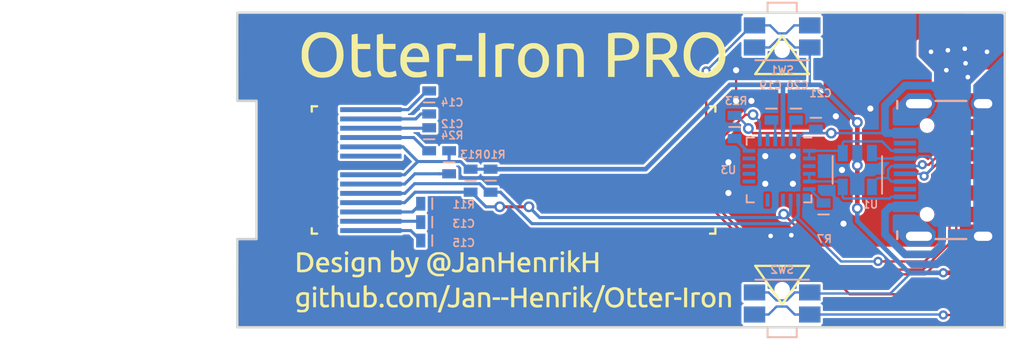
<source format=kicad_pcb>
(kicad_pcb (version 20171130) (host pcbnew 5.1.4+dfsg1-1)
  (layers (0 F.Cu mixed) (31 B.Cu mixed) (34 B.Paste user) (35 F.Paste user) (36 B.SilkS user) (37 F.SilkS user) (38 B.Mask user) (39 F.Mask user) (44 Edge.Cuts user))
  (net 0 "")
  (net 1 GND)
  (net 2 VBUS)
  (net 3 +3V3)
  (net 4 "Net-(C12-Pad2)")
  (net 5 "Net-(C12-Pad1)")
  (net 6 "Net-(C13-Pad1)")
  (net 7 "Net-(C14-Pad2)")
  (net 8 "Net-(C14-Pad1)")
  (net 9 "Net-(C15-Pad1)")
  (net 10 "Net-(C19-Pad2)")
  (net 11 "Net-(C20-Pad1)")
  (net 12 CC2)
  (net 13 "Net-(J1-PadA8)")
  (net 14 USB_P)
  (net 15 USB_N)
  (net 16 CC1)
  (net 17 "Net-(J1-PadB8)")
  (net 18 "Net-(J2-Pad6)")
  (net 19 "Net-(J2-Pad9)")
  (net 20 OLED_SCL)
  (net 21 OLED_SDA)
  (net 22 "Net-(J2-Pad12)")
  (net 23 INT_N)
  (net 24 "Net-(R7-Pad2)")
  (net 25 "Net-(R23-Pad1)")
  (net 26 "Net-(U3-Pad20)")
  (net 27 "Net-(U3-Pad17)")
  (net 28 "Net-(U3-Pad16)")
  (net 29 "Net-(U3-Pad15)")
  (net 30 "Net-(U3-Pad14)")
  (net 31 "Net-(U3-Pad11)")
  (net 32 "Net-(U3-Pad9)")
  (net 33 "Net-(U3-Pad3)")
  (net 34 SW1)
  (net 35 SW2)
  (net 36 "Net-(J13-Pad1)")
  (net 37 "Net-(J14-Pad1)")
  (net 38 "Net-(J15-Pad1)")
  (net 39 "Net-(J16-Pad1)")
  (module otter:design_by_@janhenrikh_otter_iron (layer F.Cu) (at 68 117.25)
    (fp_text reference G*** hide)
    (fp_text value LOGO hide)
  )
  (module otter:Otter-iron (layer F.Cu) (at 68 102.5)
    (fp_text reference G*** hide)
    (fp_text value LOGO hide)
  )
  (module otter:pad_1.5_3 (layer F.Cu) (at 51.55 116.95 90)
    (fp_text reference J16 hide)
    (fp_text value Conn_01x01)
    (pad 1 smd rect (at 0 0 90) (size 1.5 3) (layers F.Cu F.Paste F.Mask) (net 39 "Net-(J16-Pad1)"))
  )
  (module otter:pad_1.5_3 (layer F.Cu) (at 51.55 118.95 90)
    (fp_text reference J15 hide)
    (fp_text value Conn_01x01)
    (pad 1 smd rect (at 0 0 90) (size 1.5 3) (layers F.Cu F.Paste F.Mask) (net 38 "Net-(J15-Pad1)"))
  )
  (module otter:pad_1.5_3 (layer F.Cu) (at 51.55 103.05 90)
    (fp_text reference J14 hide)
    (fp_text value Conn_01x01)
    (pad 1 smd rect (at 0 0 90) (size 1.5 3) (layers F.Cu F.Paste F.Mask) (net 37 "Net-(J14-Pad1)"))
  )
  (module otter:pad_1.5_3 (layer F.Cu) (at 51.55 101.05 90)
    (fp_text reference J13 hide)
    (fp_text value Conn_01x01)
    (pad 1 smd rect (at 0 0 90) (size 1.5 3) (layers F.Cu F.Paste F.Mask) (net 36 "Net-(J13-Pad1)"))
  )
  (module otter:pad_1.5_3 (layer F.Cu) (at 98.5 102.7 90)
    (fp_text reference J12 hide)
    (fp_text value Conn_01x01)
    (pad 1 smd rect (at 0 0 90) (size 1.5 3) (layers F.Cu F.Paste F.Mask) (net 2 VBUS))
  )
  (module otter:pad_1.5_3 (layer F.Cu) (at 98.5 100.8 90)
    (fp_text reference J11 hide)
    (fp_text value Conn_01x01)
    (pad 1 smd rect (at 0 0 90) (size 1.5 3) (layers F.Cu F.Paste F.Mask) (net 1 GND))
  )
  (module otter:pad_1_2 (layer F.Cu) (at 98.5 116.7 90)
    (fp_text reference J10 hide)
    (fp_text value Conn_01x01)
    (pad 1 smd rect (at 0 0 90) (size 1 3) (layers F.Cu F.Paste F.Mask) (net 3 +3V3))
  )
  (module otter:pad_1_2 (layer F.Cu) (at 98.5 112.9 90)
    (fp_text reference J9 hide)
    (fp_text value Conn_01x01)
    (pad 1 smd rect (at 0 0 90) (size 1 3) (layers F.Cu F.Paste F.Mask) (net 23 INT_N))
  )
  (module otter:pad_1_2 (layer F.Cu) (at 98.5 111.5 90)
    (fp_text reference J8 hide)
    (fp_text value Conn_01x01)
    (pad 1 smd rect (at 0 0 90) (size 1 3) (layers F.Cu F.Paste F.Mask) (net 21 OLED_SDA))
  )
  (module otter:pad_1_2 (layer F.Cu) (at 98.5 110.1 90)
    (fp_text reference J7 hide)
    (fp_text value Conn_01x01)
    (pad 1 smd rect (at 0 0 90) (size 1 3) (layers F.Cu F.Paste F.Mask) (net 20 OLED_SCL))
  )
  (module otter:pad_0.75_3 (layer F.Cu) (at 98.5 108.15 90)
    (fp_text reference J6 hide)
    (fp_text value Conn_01x01)
    (pad 1 smd rect (at 0 0 90) (size 0.75 3) (layers F.Cu F.Paste F.Mask) (net 15 USB_N))
  )
  (module otter:pad_0.75_3 (layer F.Cu) (at 98.5 107.05 90)
    (fp_text reference J5 hide)
    (fp_text value Conn_01x01)
    (pad 1 smd rect (at 0 0 90) (size 0.75 3) (layers F.Cu F.Paste F.Mask) (net 14 USB_P))
  )
  (module otter:pad_1_2 (layer F.Cu) (at 98.5 119.5 90)
    (fp_text reference J4 hide)
    (fp_text value Conn_01x01)
    (pad 1 smd rect (at 0 0 90) (size 1 3) (layers F.Cu F.Paste F.Mask) (net 35 SW2))
  )
  (module otter:pad_1_2 (layer F.Cu) (at 98.5 118.1 90)
    (fp_text reference J3 hide)
    (fp_text value Conn_01x01)
    (pad 1 smd rect (at 0 0 90) (size 1 3) (layers F.Cu F.Paste F.Mask) (net 34 SW1))
  )
  (module otter:R_0603 (layer B.Cu) (at 66.5 110.7 90)
    (fp_text reference R10 (at 1.7 0.25 180) (layer B.SilkS) (effects (font (size 0.5 0.5) (thickness 0.1)) (justify mirror)))
    (fp_text value 2k37 hide)
    (pad 2 smd rect (at 0.75 0 90) (size 0.6 0.9) (layers B.Cu B.Paste B.Mask) (net 3 +3V3))
    (pad 1 smd rect (at -0.75 0 90) (size 0.6 0.9) (layers B.Cu B.Paste B.Mask) (net 20 OLED_SCL))
  )
  (module otter:0.69OLED (layer B.Cu) (at 58.7 110.009223 270)
    (fp_text reference J2 hide)
    (fp_text value OLED_64x32)
    (pad 1 smd rect (at -3.94 0 270) (size 0.32 4) (layers B.Cu B.Paste B.Mask) (net 7 "Net-(C14-Pad2)"))
    (pad 2 smd rect (at -3.333847 0 270) (size 0.32 4) (layers B.Cu B.Paste B.Mask) (net 8 "Net-(C14-Pad1)"))
    (pad 3 smd rect (at -2.727694 0 270) (size 0.32 4) (layers B.Cu B.Paste B.Mask) (net 5 "Net-(C12-Pad1)"))
    (pad 4 smd rect (at -2.121541 0 270) (size 0.32 4) (layers B.Cu B.Paste B.Mask) (net 4 "Net-(C12-Pad2)"))
    (pad 5 smd rect (at -1.515388 0 270) (size 0.32 4) (layers B.Cu B.Paste B.Mask) (net 3 +3V3))
    (pad 6 smd rect (at -0.909235 0 270) (size 0.32 4) (layers B.Cu B.Paste B.Mask) (net 18 "Net-(J2-Pad6)"))
    (pad 7 smd rect (at -0.303082 0 270) (size 0.32 4) (layers B.Cu B.Paste B.Mask) (net 1 GND))
    (pad 8 smd rect (at 0.303071 0 270) (size 0.32 4) (layers B.Cu B.Paste B.Mask) (net 3 +3V3))
    (pad 9 smd rect (at 0.909224 0 270) (size 0.32 4) (layers B.Cu B.Paste B.Mask) (net 19 "Net-(J2-Pad9)"))
    (pad 10 smd rect (at 1.515377 0 270) (size 0.32 4) (layers B.Cu B.Paste B.Mask) (net 20 OLED_SCL))
    (pad 11 smd rect (at 2.12153 0 270) (size 0.32 4) (layers B.Cu B.Paste B.Mask) (net 21 OLED_SDA))
    (pad 12 smd rect (at 2.727683 0 270) (size 0.32 4) (layers B.Cu B.Paste B.Mask) (net 22 "Net-(J2-Pad12)"))
    (pad 13 smd rect (at 3.333836 0 270) (size 0.32 4) (layers B.Cu B.Paste B.Mask) (net 6 "Net-(C13-Pad1)"))
    (pad 14 smd rect (at 3.94 0 270) (size 0.32 4) (layers B.Cu B.Paste B.Mask) (net 9 "Net-(C15-Pad1)"))
  )
  (module otter:R_0603 (layer B.Cu) (at 63.8 109.5 90)
    (fp_text reference R24 (at 1.75 0.2 180) (layer B.SilkS) (effects (font (size 0.5 0.5) (thickness 0.1)) (justify mirror)))
    (fp_text value 2k37 hide)
    (pad 2 smd rect (at 0.75 0 90) (size 0.6 0.9) (layers B.Cu B.Paste B.Mask) (net 3 +3V3))
    (pad 1 smd rect (at -0.75 0 90) (size 0.6 0.9) (layers B.Cu B.Paste B.Mask) (net 19 "Net-(J2-Pad9)"))
  )
  (module otter:R_0603 (layer B.Cu) (at 82.4 107.2 90)
    (fp_text reference R23 (at 1.7 0.1 180) (layer B.SilkS) (effects (font (size 0.5 0.5) (thickness 0.1)) (justify mirror)))
    (fp_text value 2k37 hide)
    (pad 2 smd rect (at 0.75 0 90) (size 0.6 0.9) (layers B.Cu B.Paste B.Mask) (net 2 VBUS))
    (pad 1 smd rect (at -0.75 0 90) (size 0.6 0.9) (layers B.Cu B.Paste B.Mask) (net 25 "Net-(R23-Pad1)"))
  )
  (module otter:R_0603 (layer B.Cu) (at 65.2 110.7 90)
    (fp_text reference R13 (at 1.7 0.05 180) (layer B.SilkS) (effects (font (size 0.5 0.5) (thickness 0.1)) (justify mirror)))
    (fp_text value 2k37 hide)
    (pad 2 smd rect (at 0.75 0 90) (size 0.6 0.9) (layers B.Cu B.Paste B.Mask) (net 3 +3V3))
    (pad 1 smd rect (at -0.75 0 90) (size 0.6 0.9) (layers B.Cu B.Paste B.Mask) (net 21 OLED_SDA))
  )
  (module otter:R_0603 (layer B.Cu) (at 62.7 112.2)
    (fp_text reference R11 (at 2.05 0.05) (layer B.SilkS) (effects (font (size 0.5 0.5) (thickness 0.1)) (justify mirror)))
    (fp_text value 560k hide)
    (pad 2 smd rect (at 0.75 0) (size 0.6 0.9) (layers B.Cu B.Paste B.Mask) (net 1 GND))
    (pad 1 smd rect (at -0.75 0) (size 0.6 0.9) (layers B.Cu B.Paste B.Mask) (net 22 "Net-(J2-Pad12)"))
  )
  (module otter:R_0603 (layer B.Cu) (at 88.2 112.9 90)
    (fp_text reference R7 (at -1.6 0.05 180) (layer B.SilkS) (effects (font (size 0.5 0.5) (thickness 0.1)) (justify mirror)))
    (fp_text value 2k37 hide)
    (pad 2 smd rect (at 0.75 0 90) (size 0.6 0.9) (layers B.Cu B.Paste B.Mask) (net 24 "Net-(R7-Pad2)"))
    (pad 1 smd rect (at -0.75 0 90) (size 0.6 0.9) (layers B.Cu B.Paste B.Mask) (net 1 GND))
  )
  (module otter:C_0603 (layer B.Cu) (at 87.7 106.6 270)
    (fp_text reference C21 (at -1.6 -0.3 180) (layer B.SilkS) (effects (font (size 0.5 0.5) (thickness 0.1)) (justify mirror)))
    (fp_text value 0.1μF hide)
    (pad 2 smd rect (at 0.75 0 270) (size 0.6 0.9) (layers B.Cu B.Paste B.Mask) (net 2 VBUS))
    (pad 1 smd rect (at -0.75 0 270) (size 0.6 0.9) (layers B.Cu B.Paste B.Mask) (net 1 GND))
  )
  (module otter:C_0603 (layer B.Cu) (at 86.4 106 90)
    (fp_text reference C20 (at 1.5 0.1 180) (layer B.SilkS) (effects (font (size 0.5 0.5) (thickness 0.1)) (justify mirror)))
    (fp_text value "1μF 25V" hide)
    (pad 2 smd rect (at 0.75 0 90) (size 0.6 0.9) (layers B.Cu B.Paste B.Mask) (net 1 GND))
    (pad 1 smd rect (at -0.75 0 90) (size 0.6 0.9) (layers B.Cu B.Paste B.Mask) (net 11 "Net-(C20-Pad1)"))
  )
  (module otter:C_0603 (layer B.Cu) (at 84.8 106 270)
    (fp_text reference C19 (at -1.5 0.05 180) (layer B.SilkS) (effects (font (size 0.5 0.5) (thickness 0.1)) (justify mirror)))
    (fp_text value "1μF 25V" hide)
    (pad 2 smd rect (at 0.75 0 270) (size 0.6 0.9) (layers B.Cu B.Paste B.Mask) (net 10 "Net-(C19-Pad2)"))
    (pad 1 smd rect (at -0.75 0 270) (size 0.6 0.9) (layers B.Cu B.Paste B.Mask) (net 1 GND))
  )
  (module otter:C_0603 (layer B.Cu) (at 62.7 114.6)
    (fp_text reference C15 (at 2.05 0.15) (layer B.SilkS) (effects (font (size 0.5 0.5) (thickness 0.1)) (justify mirror)))
    (fp_text value "1μF 25V" hide)
    (pad 2 smd rect (at 0.75 0) (size 0.6 0.9) (layers B.Cu B.Paste B.Mask) (net 1 GND))
    (pad 1 smd rect (at -0.75 0) (size 0.6 0.9) (layers B.Cu B.Paste B.Mask) (net 9 "Net-(C15-Pad1)"))
  )
  (module otter:C_0603 (layer B.Cu) (at 62.5 105.6 90)
    (fp_text reference C14 (at 0 1.5 180) (layer B.SilkS) (effects (font (size 0.5 0.5) (thickness 0.1)) (justify mirror)))
    (fp_text value "1μF 25V" hide)
    (pad 2 smd rect (at 0.75 0 90) (size 0.6 0.9) (layers B.Cu B.Paste B.Mask) (net 7 "Net-(C14-Pad2)"))
    (pad 1 smd rect (at -0.75 0 90) (size 0.6 0.9) (layers B.Cu B.Paste B.Mask) (net 8 "Net-(C14-Pad1)"))
  )
  (module otter:C_0603 (layer B.Cu) (at 62.7 113.4)
    (fp_text reference C13 (at 2.05 0.1) (layer B.SilkS) (effects (font (size 0.5 0.5) (thickness 0.1)) (justify mirror)))
    (fp_text value "1μF 25V" hide)
    (pad 2 smd rect (at 0.75 0) (size 0.6 0.9) (layers B.Cu B.Paste B.Mask) (net 1 GND))
    (pad 1 smd rect (at -0.75 0) (size 0.6 0.9) (layers B.Cu B.Paste B.Mask) (net 6 "Net-(C13-Pad1)"))
  )
  (module otter:C_0603 (layer B.Cu) (at 62.5 108 270)
    (fp_text reference C12 (at -1 -1.5 180) (layer B.SilkS) (effects (font (size 0.5 0.5) (thickness 0.1)) (justify mirror)))
    (fp_text value "1μF 25V" hide)
    (pad 2 smd rect (at 0.75 0 270) (size 0.6 0.9) (layers B.Cu B.Paste B.Mask) (net 4 "Net-(C12-Pad2)"))
    (pad 1 smd rect (at -0.75 0 270) (size 0.6 0.9) (layers B.Cu B.Paste B.Mask) (net 5 "Net-(C12-Pad1)"))
  )
  (module otter:QFN-24-1EP_4x4mm_P0.5mm_EP2.7x2.7mm (layer B.Cu) (at 85.3 110 180)
    (fp_text reference U3 (at 3.3 0) (layer B.SilkS) (effects (font (size 0.5 0.5) (thickness 0.1)) (justify mirror)))
    (fp_text value STUSB4500QTR)
    (pad 24 smd rect (at -1.25 1.9625 180) (size 0.25 0.825) (layers B.Cu B.Paste B.Mask) (net 2 VBUS))
    (pad 23 smd rect (at -0.75 1.9625 180) (size 0.25 0.825) (layers B.Cu B.Paste B.Mask) (net 11 "Net-(C20-Pad1)"))
    (pad 22 smd rect (at -0.25 1.9625 180) (size 0.25 0.825) (layers B.Cu B.Paste B.Mask) (net 3 +3V3))
    (pad 21 smd rect (at 0.25 1.9625 180) (size 0.25 0.825) (layers B.Cu B.Paste B.Mask) (net 10 "Net-(C19-Pad2)"))
    (pad 20 smd rect (at 0.75 1.9625 180) (size 0.25 0.825) (layers B.Cu B.Paste B.Mask) (net 26 "Net-(U3-Pad20)"))
    (pad 19 smd rect (at 1.25 1.9625 180) (size 0.25 0.825) (layers B.Cu B.Paste B.Mask) (net 23 INT_N))
    (pad 18 smd rect (at 1.9625 1.25 180) (size 0.825 0.25) (layers B.Cu B.Paste B.Mask) (net 25 "Net-(R23-Pad1)"))
    (pad 17 smd rect (at 1.9625 0.75 180) (size 0.825 0.25) (layers B.Cu B.Paste B.Mask) (net 27 "Net-(U3-Pad17)"))
    (pad 16 smd rect (at 1.9625 0.25 180) (size 0.825 0.25) (layers B.Cu B.Paste B.Mask) (net 28 "Net-(U3-Pad16)"))
    (pad 15 smd rect (at 1.9625 -0.25 180) (size 0.825 0.25) (layers B.Cu B.Paste B.Mask) (net 29 "Net-(U3-Pad15)"))
    (pad 14 smd rect (at 1.9625 -0.75 180) (size 0.825 0.25) (layers B.Cu B.Paste B.Mask) (net 30 "Net-(U3-Pad14)"))
    (pad 13 smd rect (at 1.9625 -1.25 180) (size 0.825 0.25) (layers B.Cu B.Paste B.Mask) (net 1 GND))
    (pad 12 smd rect (at 1.25 -1.9625 180) (size 0.25 0.825) (layers B.Cu B.Paste B.Mask) (net 1 GND))
    (pad 11 smd rect (at 0.75 -1.9625 180) (size 0.25 0.825) (layers B.Cu B.Paste B.Mask) (net 31 "Net-(U3-Pad11)"))
    (pad 10 smd rect (at 0.25 -1.9625 180) (size 0.25 0.825) (layers B.Cu B.Paste B.Mask) (net 1 GND))
    (pad 9 smd rect (at -0.25 -1.9625 180) (size 0.25 0.825) (layers B.Cu B.Paste B.Mask) (net 32 "Net-(U3-Pad9)"))
    (pad 8 smd rect (at -0.75 -1.9625 180) (size 0.25 0.825) (layers B.Cu B.Paste B.Mask) (net 21 OLED_SDA))
    (pad 7 smd rect (at -1.25 -1.9625 180) (size 0.25 0.825) (layers B.Cu B.Paste B.Mask) (net 20 OLED_SCL))
    (pad 6 smd rect (at -1.9625 -1.25 180) (size 0.825 0.25) (layers B.Cu B.Paste B.Mask) (net 24 "Net-(R7-Pad2)"))
    (pad 5 smd rect (at -1.9625 -0.75 180) (size 0.825 0.25) (layers B.Cu B.Paste B.Mask) (net 12 CC2))
    (pad 4 smd rect (at -1.9625 -0.25 180) (size 0.825 0.25) (layers B.Cu B.Paste B.Mask) (net 12 CC2))
    (pad 3 smd rect (at -1.9625 0.25 180) (size 0.825 0.25) (layers B.Cu B.Paste B.Mask) (net 33 "Net-(U3-Pad3)"))
    (pad 2 smd rect (at -1.9625 0.75 180) (size 0.825 0.25) (layers B.Cu B.Paste B.Mask) (net 16 CC1))
    (pad 1 smd rect (at -1.9625 1.25 180) (size 0.825 0.25) (layers B.Cu B.Paste B.Mask) (net 16 CC1))
    (pad 25 smd rect (at 0 0 180) (size 2.65 2.65) (layers B.Cu B.Mask) (net 1 GND))
  )
  (module Package_TO_SOT_SMD:SOT-23-6 (layer B.Cu) (at 90.4 110 90)
    (fp_text reference U1 (at -2.25 0.85) (layer B.SilkS) (effects (font (size 0.5 0.5) (thickness 0.1)) (justify mirror)))
    (fp_text value USBLC6-4SC6)
    (pad 5 smd rect (at 1.1 0 90) (size 1.06 0.65) (layers B.Cu B.Paste B.Mask) (net 3 +3V3))
    (pad 6 smd rect (at 1.1 0.95 90) (size 1.06 0.65) (layers B.Cu B.Paste B.Mask) (net 15 USB_N))
    (pad 4 smd rect (at 1.1 -0.95 90) (size 1.06 0.65) (layers B.Cu B.Paste B.Mask) (net 16 CC1))
    (pad 3 smd rect (at -1.1 -0.95 90) (size 1.06 0.65) (layers B.Cu B.Paste B.Mask) (net 12 CC2))
    (pad 2 smd rect (at -1.1 0 90) (size 1.06 0.65) (layers B.Cu B.Paste B.Mask) (net 1 GND))
    (pad 1 smd rect (at -1.1 0.95 90) (size 1.06 0.65) (layers B.Cu B.Paste B.Mask) (net 14 USB_P))
  )
  (module Button_Switch_SMD:SW_SPST_EVQP7C (layer B.Cu) (at 85.5 118.7 180)
    (fp_text reference SW2 (at 0 2.2) (layer B.SilkS) (effects (font (size 0.5 0.5) (thickness 0.1)) (justify mirror)))
    (fp_text value key2)
    (pad "" np_thru_hole circle (at 0 -0.9 180) (size 0.7 0.7) (drill 0.7) (layers *.Cu *.Mask))
    (pad "" np_thru_hole circle (at 0 0.9 180) (size 0.7 0.7) (drill 0.7) (layers *.Cu *.Mask))
    (pad 2 smd rect (at -1.8 -0.72 180) (size 1.4 1.05) (layers B.Cu B.Paste B.Mask) (net 35 SW2))
    (pad 2 smd rect (at 1.8 -0.72 180) (size 1.4 1.05) (layers B.Cu B.Paste B.Mask) (net 35 SW2))
    (pad 1 smd rect (at -1.8 0.72 180) (size 1.4 1.05) (layers B.Cu B.Paste B.Mask) (net 3 +3V3))
    (pad 1 smd rect (at 1.8 0.72 180) (size 1.4 1.05) (layers B.Cu B.Paste B.Mask) (net 3 +3V3))
  )
  (module Button_Switch_SMD:SW_SPST_EVQP7C (layer B.Cu) (at 85.5 101.3)
    (fp_text reference SW1 (at 0 2.2) (layer B.SilkS) (effects (font (size 0.5 0.5) (thickness 0.1)) (justify mirror)))
    (fp_text value key1)
    (pad "" np_thru_hole circle (at 0 -0.9) (size 0.7 0.7) (drill 0.7) (layers *.Cu *.Mask))
    (pad "" np_thru_hole circle (at 0 0.9) (size 0.7 0.7) (drill 0.7) (layers *.Cu *.Mask))
    (pad 2 smd rect (at -1.8 -0.72) (size 1.4 1.05) (layers B.Cu B.Paste B.Mask) (net 34 SW1))
    (pad 2 smd rect (at 1.8 -0.72) (size 1.4 1.05) (layers B.Cu B.Paste B.Mask) (net 34 SW1))
    (pad 1 smd rect (at -1.8 0.72) (size 1.4 1.05) (layers B.Cu B.Paste B.Mask) (net 3 +3V3))
    (pad 1 smd rect (at 1.8 0.72) (size 1.4 1.05) (layers B.Cu B.Paste B.Mask) (net 3 +3V3))
  )
  (module "otter:USB-C 16Pin" (layer B.Cu) (at 93.5 110 270)
    (fp_text reference J1 hide)
    (fp_text value USB_C_Receptacle_USB2.0)
    (pad A9 smd rect (at -2.4 0 270) (size 0.6 1.45) (layers B.Cu B.Paste B.Mask) (net 2 VBUS))
    (pad B9 smd rect (at 2.4 0 270) (size 0.6 1.45) (layers B.Cu B.Paste B.Mask) (net 2 VBUS))
    (pad B12 smd rect (at 3.2 0 270) (size 0.6 1.45) (layers B.Cu B.Paste B.Mask) (net 1 GND))
    (pad A12 smd rect (at -3.2 0 270) (size 0.6 1.45) (layers B.Cu B.Paste B.Mask) (net 1 GND))
    (pad S1 thru_hole oval (at -4.32 -0.915 270) (size 1 2.1) (drill oval 0.6 1.7) (layers *.Cu *.Mask) (net 1 GND))
    (pad S1 thru_hole oval (at 4.32 -0.915 270) (size 1 2.1) (drill oval 0.6 1.7) (layers *.Cu *.Mask) (net 1 GND))
    (pad S1 thru_hole oval (at -4.32 -5.095 270) (size 1 1.6) (drill oval 0.6 1.2) (layers *.Cu *.Mask) (net 1 GND))
    (pad S1 thru_hole oval (at 4.32 -5.095 270) (size 1 1.6) (drill oval 0.6 1.2) (layers *.Cu *.Mask) (net 1 GND))
    (pad "" np_thru_hole circle (at 2.89 -1.445 270) (size 0.65 0.65) (drill 0.65) (layers *.Cu *.Mask))
    (pad "" np_thru_hole circle (at -2.89 -1.445 270) (size 0.65 0.65) (drill 0.65) (layers *.Cu *.Mask))
    (pad B1 smd rect (at 3.2 0 270) (size 0.6 1.45) (layers B.Cu B.Paste B.Mask) (net 1 GND))
    (pad B4 smd rect (at 2.4 0 270) (size 0.6 1.45) (layers B.Cu B.Paste B.Mask) (net 2 VBUS))
    (pad B5 smd rect (at 1.75 0 270) (size 0.3 1.45) (layers B.Cu B.Paste B.Mask) (net 12 CC2))
    (pad A8 smd rect (at 1.25 0 270) (size 0.3 1.45) (layers B.Cu B.Paste B.Mask) (net 13 "Net-(J1-PadA8)"))
    (pad B6 smd rect (at 0.75 0 270) (size 0.3 1.45) (layers B.Cu B.Paste B.Mask) (net 14 USB_P))
    (pad A7 smd rect (at 0.25 0 270) (size 0.3 1.45) (layers B.Cu B.Paste B.Mask) (net 15 USB_N))
    (pad A6 smd rect (at -0.25 0 270) (size 0.3 1.45) (layers B.Cu B.Paste B.Mask) (net 14 USB_P))
    (pad B7 smd rect (at -0.75 0 270) (size 0.3 1.45) (layers B.Cu B.Paste B.Mask) (net 15 USB_N))
    (pad A5 smd rect (at -1.25 0 270) (size 0.3 1.45) (layers B.Cu B.Paste B.Mask) (net 16 CC1))
    (pad B8 smd rect (at -1.75 0 270) (size 0.3 1.45) (layers B.Cu B.Paste B.Mask) (net 17 "Net-(J1-PadB8)"))
    (pad A4 smd rect (at -2.4 0 270) (size 0.6 1.45) (layers B.Cu B.Paste B.Mask) (net 2 VBUS))
    (pad A1 smd rect (at -3.2 0 270) (size 0.6 1.45) (layers B.Cu B.Paste B.Mask) (net 1 GND))
  )
  (gr_line (start 85.5 101.25) (end 87.25 103.75) (layer F.SilkS) (width 0.15))
  (gr_line (start 87.25 103.75) (end 83.75 103.75) (layer F.SilkS) (width 0.15))
  (gr_line (start 85.5 101.25) (end 83.75 103.75) (layer F.SilkS) (width 0.15))
  (gr_line (start 85.5 118.75) (end 87.25 116.25) (layer F.SilkS) (width 0.15))
  (gr_line (start 85.5 118.75) (end 83.75 116.25) (layer F.SilkS) (width 0.15))
  (gr_line (start 83.75 116.25) (end 87.25 116.25) (layer F.SilkS) (width 0.15))
  (gr_line (start 81.15 113.800001) (end 81.15 114.15) (layer F.SilkS) (width 0.15))
  (gr_line (start 81.15 114.15) (end 80.800001 114.15) (layer F.SilkS) (width 0.15))
  (gr_line (start 80.800001 105.85) (end 81.15 105.85) (layer F.SilkS) (width 0.15))
  (gr_line (start 81.15 105.85) (end 81.15 106.199999) (layer F.SilkS) (width 0.15))
  (gr_line (start 55.199999 114.15) (end 54.85 114.15) (layer F.SilkS) (width 0.15))
  (gr_line (start 54.85 114.15) (end 54.85 113.800001) (layer F.SilkS) (width 0.15))
  (gr_line (start 54.85 105.85) (end 55.2 105.85) (layer F.SilkS) (width 0.15))
  (gr_line (start 54.85 105.9) (end 54.85 105.85) (layer F.SilkS) (width 0.15))
  (gr_line (start 54.85 106.2) (end 54.85 105.85) (layer F.SilkS) (width 0.15))
  (gr_line (start 50 105.5) (end 50 99.75) (layer Edge.Cuts) (width 0.15))
  (gr_line (start 51.25 105.5) (end 50 105.5) (layer Edge.Cuts) (width 0.15))
  (gr_line (start 51.25 114.5) (end 51.25 105.5) (layer Edge.Cuts) (width 0.15))
  (gr_line (start 50 114.5) (end 51.25 114.5) (layer Edge.Cuts) (width 0.15))
  (gr_line (start 50 99.75) (end 100 99.75) (layer Edge.Cuts) (width 0.15))
  (gr_line (start 100 120.25) (end 100 99.75) (layer Edge.Cuts) (width 0.15))
  (gr_line (start 50 120.25) (end 100 120.25) (layer Edge.Cuts) (width 0.15))
  (gr_line (start 50 114.5) (end 50 120.25) (layer Edge.Cuts) (width 0.15))
  (via (at 84.4 110.9) (size 0.7) (drill 0.4) (layers F.Cu B.Cu) (net 1))
  (via (at 86.2 110.9) (size 0.7) (drill 0.4) (layers F.Cu B.Cu) (net 1))
  (via (at 86.2 109.1) (size 0.7) (drill 0.4) (layers F.Cu B.Cu) (net 1))
  (via (at 84.4 109.1) (size 0.7) (drill 0.4) (layers F.Cu B.Cu) (net 1))
  (segment (start 85.05 110.25) (end 85.3 110) (width 0.154) (layer B.Cu) (net 1))
  (segment (start 85.05 111.9625) (end 85.05 110.25) (width 0.154) (layer B.Cu) (net 1))
  (segment (start 84.05 111.9625) (end 84.05 111.25) (width 0.154) (layer B.Cu) (net 1))
  (segment (start 83.3375 111.25) (end 84.05 111.25) (width 0.154) (layer B.Cu) (net 1))
  (via (at 89.4 110) (size 0.7) (drill 0.4) (layers F.Cu B.Cu) (net 1))
  (segment (start 89.620802 110) (end 89.4 110) (width 0.154) (layer B.Cu) (net 1))
  (segment (start 90.4 111.1) (end 90.4 110.779198) (width 0.154) (layer B.Cu) (net 1))
  (segment (start 90.4 110.779198) (end 89.620802 110) (width 0.154) (layer B.Cu) (net 1))
  (segment (start 94.415 105.68) (end 98.595 105.68) (width 0.8) (layer F.Cu) (net 1))
  (segment (start 98.595 105.68) (end 98.595 114.32) (width 0.8) (layer B.Cu) (net 1))
  (via (at 89.5 113.5) (size 0.7) (drill 0.4) (layers F.Cu B.Cu) (net 1))
  (via (at 89 106.5) (size 0.7) (drill 0.4) (layers F.Cu B.Cu) (net 1))
  (via (at 83.5 105.5) (size 0.7) (drill 0.4) (layers F.Cu B.Cu) (net 1))
  (via (at 82.5 105.5) (size 0.7) (drill 0.4) (layers F.Cu B.Cu) (net 1))
  (via (at 91.25 106) (size 0.7) (drill 0.4) (layers F.Cu B.Cu) (net 1))
  (via (at 82 111.5) (size 0.7) (drill 0.4) (layers F.Cu B.Cu) (net 1))
  (via (at 82 109.5) (size 0.7) (drill 0.4) (layers F.Cu B.Cu) (net 1))
  (via (at 82.5 103.5) (size 0.7) (drill 0.4) (layers F.Cu B.Cu) (net 1))
  (segment (start 82.5 105.5) (end 82.5 103.5) (width 0.154) (layer F.Cu) (net 1))
  (segment (start 98.5 100.8) (end 95.25 100.8) (width 0.154) (layer F.Cu) (net 1))
  (via (at 86.1 114.25) (size 0.6) (drill 0.3) (layers F.Cu B.Cu) (net 1))
  (via (at 84.75 114.3) (size 0.6) (drill 0.3) (layers F.Cu B.Cu) (net 1))
  (via (at 97.4 102.1) (size 0.6) (drill 0.3) (layers F.Cu B.Cu) (net 2))
  (via (at 97.45 103.05) (size 0.6) (drill 0.3) (layers F.Cu B.Cu) (net 2))
  (via (at 98.85 102.3) (size 0.6) (drill 0.3) (layers F.Cu B.Cu) (net 2))
  (segment (start 86.55 107.95) (end 86.55 108.0375) (width 0.154) (layer B.Cu) (net 2))
  (segment (start 86.9 107.6) (end 86.55 107.95) (width 0.154) (layer B.Cu) (net 2))
  (segment (start 87.7 107.6) (end 86.9 107.6) (width 0.154) (layer B.Cu) (net 2))
  (via (at 88.7 107.6) (size 0.7) (drill 0.4) (layers F.Cu B.Cu) (net 2))
  (segment (start 93.5 107.6) (end 88.7 107.6) (width 0.154) (layer B.Cu) (net 2))
  (segment (start 88.7 107.6) (end 87.7 107.6) (width 0.154) (layer B.Cu) (net 2))
  (segment (start 82.55 106.45) (end 83.3 107.2) (width 0.154) (layer B.Cu) (net 2))
  (segment (start 83.6 107.6) (end 83.3 107.3) (width 0.154) (layer F.Cu) (net 2))
  (via (at 83.3 107.3) (size 0.7) (drill 0.4) (layers F.Cu B.Cu) (net 2))
  (segment (start 82.4 106.45) (end 82.55 106.45) (width 0.154) (layer B.Cu) (net 2))
  (segment (start 88.7 107.6) (end 83.6 107.6) (width 0.154) (layer F.Cu) (net 2))
  (segment (start 83.3 107.2) (end 83.3 107.3) (width 0.154) (layer B.Cu) (net 2))
  (segment (start 92.275 107.6) (end 92.2 107.525) (width 0.5) (layer B.Cu) (net 2))
  (segment (start 93.5 107.6) (end 92.275 107.6) (width 0.5) (layer B.Cu) (net 2))
  (segment (start 92.2 107.525) (end 92.2 105.8) (width 0.5) (layer B.Cu) (net 2))
  (segment (start 92.2 105.8) (end 93.5 104.5) (width 0.5) (layer B.Cu) (net 2))
  (segment (start 93.5 104.5) (end 95.3 104.5) (width 0.5) (layer B.Cu) (net 2))
  (segment (start 95.3 104.5) (end 96 105.2) (width 0.5) (layer B.Cu) (net 2))
  (segment (start 96 105.2) (end 96 106.7) (width 0.5) (layer B.Cu) (net 2))
  (segment (start 92.547798 112.4) (end 92.2 112.747798) (width 0.5) (layer B.Cu) (net 2))
  (segment (start 93.5 112.4) (end 92.547798 112.4) (width 0.5) (layer B.Cu) (net 2))
  (segment (start 92.2 112.747798) (end 92.2 114.2) (width 0.5) (layer B.Cu) (net 2))
  (segment (start 92.2 114.2) (end 93.5 115.5) (width 0.5) (layer B.Cu) (net 2))
  (segment (start 93.5 115.5) (end 95.3 115.5) (width 0.5) (layer B.Cu) (net 2))
  (segment (start 95.3 115.5) (end 95.9 114.9) (width 0.5) (layer B.Cu) (net 2))
  (segment (start 95.9 114.9) (end 95.9 113.4) (width 0.5) (layer B.Cu) (net 2))
  (via (at 96.3 102.2) (size 0.6) (drill 0.3) (layers F.Cu B.Cu) (net 2))
  (via (at 95.2 102.3) (size 0.6) (drill 0.3) (layers F.Cu B.Cu) (net 2))
  (via (at 96.2 103.5) (size 0.6) (drill 0.3) (layers F.Cu B.Cu) (net 2))
  (via (at 97.6 103.95) (size 0.6) (drill 0.3) (layers F.Cu B.Cu) (net 2))
  (segment (start 85.8 118.5) (end 86.32 117.98) (width 0.154) (layer B.Cu) (net 3))
  (segment (start 86.32 117.98) (end 87.3 117.98) (width 0.154) (layer B.Cu) (net 3))
  (segment (start 85.137 118.5) (end 85.8 118.5) (width 0.154) (layer B.Cu) (net 3))
  (segment (start 83.7 117.98) (end 84.617 117.98) (width 0.154) (layer B.Cu) (net 3))
  (segment (start 84.617 117.98) (end 85.137 118.5) (width 0.154) (layer B.Cu) (net 3))
  (segment (start 86.32 102.02) (end 87.3 102.02) (width 0.154) (layer B.Cu) (net 3))
  (segment (start 85.8 101.5) (end 86.32 102.02) (width 0.154) (layer B.Cu) (net 3))
  (segment (start 83.7 102.02) (end 84.68 102.02) (width 0.154) (layer B.Cu) (net 3))
  (segment (start 85.2 101.5) (end 85.8 101.5) (width 0.154) (layer B.Cu) (net 3))
  (segment (start 84.68 102.02) (end 85.2 101.5) (width 0.154) (layer B.Cu) (net 3))
  (segment (start 64.55 109.45) (end 65.05 109.95) (width 0.2) (layer B.Cu) (net 3))
  (segment (start 65.05 109.95) (end 65.2 109.95) (width 0.2) (layer B.Cu) (net 3))
  (segment (start 60.9 110.312294) (end 61.762294 109.45) (width 0.2) (layer B.Cu) (net 3))
  (segment (start 58.7 110.312294) (end 60.9 110.312294) (width 0.2) (layer B.Cu) (net 3))
  (segment (start 63.8 109.4) (end 63.75 109.45) (width 0.2) (layer B.Cu) (net 3))
  (segment (start 63.8 108.75) (end 63.8 109.4) (width 0.2) (layer B.Cu) (net 3))
  (segment (start 61.762294 109.45) (end 63.75 109.45) (width 0.2) (layer B.Cu) (net 3))
  (segment (start 63.75 109.45) (end 64.55 109.45) (width 0.2) (layer B.Cu) (net 3))
  (segment (start 65.2 109.95) (end 66.5 109.95) (width 0.2) (layer B.Cu) (net 3))
  (segment (start 61.753082 109.45) (end 61.762294 109.45) (width 0.2) (layer B.Cu) (net 3))
  (segment (start 58.7 108.493835) (end 60.796917 108.493835) (width 0.2) (layer B.Cu) (net 3))
  (segment (start 60.796917 108.493835) (end 61.753082 109.45) (width 0.2) (layer B.Cu) (net 3))
  (segment (start 83.55 102.17) (end 83.7 102.02) (width 0.2) (layer B.Cu) (net 3))
  (via (at 90.4 109.7) (size 0.7) (drill 0.4) (layers F.Cu B.Cu) (net 3))
  (segment (start 90.4 108.9) (end 90.4 109.7) (width 0.2) (layer B.Cu) (net 3))
  (via (at 90.4 106.9) (size 0.7) (drill 0.4) (layers F.Cu B.Cu) (net 3))
  (segment (start 90.4 109.7) (end 90.4 106.9) (width 0.3) (layer F.Cu) (net 3))
  (via (at 90.4 112.5) (size 0.7) (drill 0.4) (layers F.Cu B.Cu) (net 3))
  (segment (start 90.4 112.5) (end 90.4 109.7) (width 0.3) (layer F.Cu) (net 3))
  (segment (start 85.55 104.45) (end 85.554001 104.454001) (width 0.3) (layer B.Cu) (net 3))
  (segment (start 85.554001 104.454001) (end 85.554001 107.395999) (width 0.3) (layer B.Cu) (net 3))
  (segment (start 85.55 107.4) (end 85.55 108.0375) (width 0.2) (layer B.Cu) (net 3))
  (segment (start 85.554001 107.395999) (end 85.55 107.4) (width 0.2) (layer B.Cu) (net 3))
  (segment (start 90.4 106.9) (end 87.95 104.45) (width 0.3) (layer B.Cu) (net 3))
  (segment (start 87.3 104.4) (end 87.35 104.45) (width 0.154) (layer B.Cu) (net 3))
  (segment (start 87.3 102.02) (end 87.3 104.4) (width 0.154) (layer B.Cu) (net 3))
  (segment (start 87.95 104.45) (end 87.35 104.45) (width 0.3) (layer B.Cu) (net 3))
  (segment (start 87.35 104.45) (end 85.55 104.45) (width 0.3) (layer B.Cu) (net 3))
  (via (at 96.000002 116.7) (size 0.6) (drill 0.3) (layers F.Cu B.Cu) (net 3))
  (segment (start 90.4 112.5) (end 90.4 113.324264) (width 0.3) (layer B.Cu) (net 3))
  (segment (start 93.775736 116.7) (end 95.575738 116.7) (width 0.3) (layer B.Cu) (net 3))
  (segment (start 95.575738 116.7) (end 96.000002 116.7) (width 0.3) (layer B.Cu) (net 3))
  (segment (start 90.4 113.324264) (end 93.775736 116.7) (width 0.3) (layer B.Cu) (net 3))
  (segment (start 98.5 116.7) (end 96.000002 116.7) (width 0.3) (layer F.Cu) (net 3))
  (segment (start 87.475 117.98) (end 87.3 117.98) (width 0.154) (layer B.Cu) (net 3))
  (segment (start 87.545 118.05) (end 87.475 117.98) (width 0.154) (layer B.Cu) (net 3))
  (segment (start 92.55 118.05) (end 87.545 118.05) (width 0.154) (layer B.Cu) (net 3))
  (segment (start 96.000002 116.7) (end 93.9 116.7) (width 0.154) (layer B.Cu) (net 3))
  (segment (start 93.9 116.7) (end 92.55 118.05) (width 0.154) (layer B.Cu) (net 3))
  (segment (start 82.1 104.45) (end 85.55 104.45) (width 0.3) (layer B.Cu) (net 3))
  (segment (start 66.5 109.95) (end 76.6 109.95) (width 0.3) (layer B.Cu) (net 3))
  (segment (start 76.6 109.95) (end 82.1 104.45) (width 0.3) (layer B.Cu) (net 3))
  (segment (start 58.7 107.887682) (end 61.487682 107.887682) (width 0.2) (layer B.Cu) (net 4))
  (segment (start 62.35 108.75) (end 62.5 108.75) (width 0.2) (layer B.Cu) (net 4))
  (segment (start 61.487682 107.887682) (end 62.35 108.75) (width 0.2) (layer B.Cu) (net 4))
  (segment (start 62.468471 107.281529) (end 62.5 107.25) (width 0.2) (layer B.Cu) (net 5))
  (segment (start 58.7 107.281529) (end 62.468471 107.281529) (width 0.2) (layer B.Cu) (net 5))
  (segment (start 61.893059 113.343059) (end 61.95 113.4) (width 0.2) (layer B.Cu) (net 6))
  (segment (start 58.7 113.343059) (end 61.893059 113.343059) (width 0.2) (layer B.Cu) (net 6))
  (segment (start 62.35 104.85) (end 62.5 104.85) (width 0.2) (layer B.Cu) (net 7))
  (segment (start 58.7 106.069223) (end 61.130777 106.069223) (width 0.2) (layer B.Cu) (net 7))
  (segment (start 61.130777 106.069223) (end 62.35 104.85) (width 0.2) (layer B.Cu) (net 7))
  (segment (start 61.95 106.35) (end 62.5 106.35) (width 0.2) (layer B.Cu) (net 8))
  (segment (start 58.7 106.675376) (end 61.624624 106.675376) (width 0.2) (layer B.Cu) (net 8))
  (segment (start 61.624624 106.675376) (end 61.95 106.35) (width 0.2) (layer B.Cu) (net 8))
  (segment (start 61.299223 113.949223) (end 61.95 114.6) (width 0.2) (layer B.Cu) (net 9))
  (segment (start 58.7 113.949223) (end 61.299223 113.949223) (width 0.2) (layer B.Cu) (net 9))
  (segment (start 85.05 107) (end 84.8 106.75) (width 0.154) (layer B.Cu) (net 10))
  (segment (start 85.05 108.0375) (end 85.05 107) (width 0.154) (layer B.Cu) (net 10))
  (segment (start 86.05 107.1) (end 86.4 106.75) (width 0.154) (layer B.Cu) (net 11))
  (segment (start 86.05 108.0375) (end 86.05 107.1) (width 0.154) (layer B.Cu) (net 11))
  (segment (start 89.45 111.784) (end 89.45 111.1) (width 0.154) (layer B.Cu) (net 12))
  (segment (start 89.527001 111.861001) (end 89.45 111.784) (width 0.154) (layer B.Cu) (net 12))
  (segment (start 92.621 111.75) (end 92.509999 111.861001) (width 0.154) (layer B.Cu) (net 12))
  (segment (start 92.509999 111.861001) (end 89.527001 111.861001) (width 0.154) (layer B.Cu) (net 12))
  (segment (start 93.5 111.75) (end 92.621 111.75) (width 0.154) (layer B.Cu) (net 12))
  (segment (start 89.1 110.75) (end 89.45 111.1) (width 0.154) (layer B.Cu) (net 12))
  (segment (start 87.2625 110.75) (end 89.1 110.75) (width 0.154) (layer B.Cu) (net 12))
  (segment (start 87.2625 110.25) (end 87.2625 110.75) (width 0.154) (layer B.Cu) (net 12))
  (segment (start 98.5 107.05) (end 97.375 107.05) (width 0.154) (layer F.Cu) (net 14))
  (segment (start 94.540104 109.75) (end 94.635348 109.654756) (width 0.154) (layer B.Cu) (net 14))
  (segment (start 95.059612 109.654756) (end 94.635348 109.654756) (width 0.154) (layer F.Cu) (net 14))
  (segment (start 96.768999 107.656001) (end 96.768999 107.945369) (width 0.154) (layer F.Cu) (net 14))
  (via (at 94.635348 109.654756) (size 0.6) (drill 0.3) (layers F.Cu B.Cu) (net 14))
  (segment (start 97.375 107.05) (end 96.768999 107.656001) (width 0.154) (layer F.Cu) (net 14))
  (segment (start 93.5 109.75) (end 94.540104 109.75) (width 0.154) (layer B.Cu) (net 14))
  (segment (start 96.768999 107.945369) (end 95.059612 109.654756) (width 0.154) (layer F.Cu) (net 14))
  (segment (start 92.621 110.75) (end 92.4 110.529) (width 0.154) (layer B.Cu) (net 14))
  (segment (start 93.5 110.75) (end 92.621 110.75) (width 0.154) (layer B.Cu) (net 14))
  (segment (start 92.621 109.75) (end 93.5 109.75) (width 0.154) (layer B.Cu) (net 14))
  (segment (start 92.4 109.971) (end 92.621 109.75) (width 0.154) (layer B.Cu) (net 14))
  (segment (start 92.4 110.529) (end 92.4 109.971) (width 0.154) (layer B.Cu) (net 14))
  (segment (start 91.35 110.9) (end 91.35 111.1) (width 0.154) (layer B.Cu) (net 14))
  (segment (start 92.4 110.529) (end 91.721 110.529) (width 0.154) (layer B.Cu) (net 14))
  (segment (start 91.721 110.529) (end 91.35 110.9) (width 0.154) (layer B.Cu) (net 14))
  (segment (start 91.35 109.105) (end 91.35 108.9) (width 0.154) (layer B.Cu) (net 15))
  (segment (start 98.152 107.802) (end 97.383672 107.802) (width 0.154) (layer F.Cu) (net 15))
  (segment (start 98.5 108.15) (end 98.152 107.802) (width 0.154) (layer F.Cu) (net 15))
  (segment (start 97.383672 107.802) (end 94.983672 110.202) (width 0.154) (layer F.Cu) (net 15))
  (segment (start 94.948 110.202) (end 94.75 110.4) (width 0.154) (layer F.Cu) (net 15))
  (segment (start 94.983672 110.202) (end 94.948 110.202) (width 0.154) (layer F.Cu) (net 15))
  (via (at 94.75 110.4) (size 0.6) (drill 0.3) (layers F.Cu B.Cu) (net 15))
  (segment (start 94.6 110.25) (end 93.5 110.25) (width 0.154) (layer B.Cu) (net 15))
  (segment (start 94.75 110.4) (end 94.6 110.25) (width 0.154) (layer B.Cu) (net 15))
  (segment (start 93.5 109.25) (end 92.621 109.25) (width 0.154) (layer B.Cu) (net 15))
  (segment (start 94.75 110.4) (end 95.3 109.85) (width 0.154) (layer B.Cu) (net 15))
  (segment (start 95.3 109.85) (end 95.3 109.35) (width 0.154) (layer B.Cu) (net 15))
  (segment (start 95.3 109.35) (end 95.05 109.1) (width 0.154) (layer B.Cu) (net 15))
  (segment (start 94.290802 109.25) (end 93.5 109.25) (width 0.154) (layer B.Cu) (net 15))
  (segment (start 94.440802 109.1) (end 94.290802 109.25) (width 0.154) (layer B.Cu) (net 15))
  (segment (start 95.05 109.1) (end 94.440802 109.1) (width 0.154) (layer B.Cu) (net 15))
  (segment (start 91.6 109.25) (end 92.6 109.25) (width 0.154) (layer B.Cu) (net 15))
  (segment (start 91.5 108.9) (end 91.5 109.15) (width 0.154) (layer B.Cu) (net 15))
  (segment (start 91.5 109.15) (end 91.6 109.25) (width 0.154) (layer B.Cu) (net 15))
  (segment (start 89.3 108.75) (end 89.45 108.9) (width 0.154) (layer B.Cu) (net 16))
  (segment (start 87.2625 108.75) (end 89.3 108.75) (width 0.154) (layer B.Cu) (net 16))
  (segment (start 92.009999 108.138999) (end 89.527001 108.138999) (width 0.154) (layer B.Cu) (net 16))
  (segment (start 89.45 108.216) (end 89.45 108.9) (width 0.154) (layer B.Cu) (net 16))
  (segment (start 89.527001 108.138999) (end 89.45 108.216) (width 0.154) (layer B.Cu) (net 16))
  (segment (start 92.621 108.75) (end 92.009999 108.138999) (width 0.154) (layer B.Cu) (net 16))
  (segment (start 93.5 108.75) (end 92.621 108.75) (width 0.154) (layer B.Cu) (net 16))
  (segment (start 87.2625 109.25) (end 87.2625 108.75) (width 0.154) (layer B.Cu) (net 16))
  (segment (start 60.9 110.918447) (end 61.568447 110.25) (width 0.2) (layer B.Cu) (net 19))
  (segment (start 63.15 110.25) (end 63.8 110.25) (width 0.2) (layer B.Cu) (net 19))
  (segment (start 61.568447 110.25) (end 63.15 110.25) (width 0.2) (layer B.Cu) (net 19))
  (segment (start 58.7 110.918447) (end 60.9 110.918447) (width 0.2) (layer B.Cu) (net 19))
  (segment (start 66.35 111.45) (end 66.5 111.45) (width 0.2) (layer B.Cu) (net 20))
  (segment (start 61.546152 110.895999) (end 65.795999 110.895999) (width 0.2) (layer B.Cu) (net 20))
  (segment (start 60.917551 111.5246) (end 61.546152 110.895999) (width 0.2) (layer B.Cu) (net 20))
  (segment (start 65.795999 110.895999) (end 66.35 111.45) (width 0.2) (layer B.Cu) (net 20))
  (segment (start 58.7 111.5246) (end 60.917551 111.5246) (width 0.2) (layer B.Cu) (net 20))
  (segment (start 86.55 112.95) (end 86.55 111.9625) (width 0.2) (layer B.Cu) (net 20))
  (segment (start 96.1 114.65) (end 94.789021 115.960979) (width 0.154) (layer F.Cu) (net 20))
  (segment (start 98.5 110.1) (end 97.5 110.1) (width 0.154) (layer F.Cu) (net 20))
  (segment (start 86.55 112.95) (end 86.55 113.165802) (width 0.154) (layer B.Cu) (net 20))
  (segment (start 92.174264 115.960979) (end 91.75 115.960979) (width 0.154) (layer F.Cu) (net 20))
  (segment (start 96.1 111.5) (end 96.1 114.65) (width 0.154) (layer F.Cu) (net 20))
  (segment (start 94.789021 115.960979) (end 92.174264 115.960979) (width 0.154) (layer F.Cu) (net 20))
  (segment (start 86.55 113.165802) (end 89.345177 115.960979) (width 0.154) (layer B.Cu) (net 20))
  (segment (start 91.325736 115.960979) (end 91.75 115.960979) (width 0.154) (layer B.Cu) (net 20))
  (via (at 91.75 115.960979) (size 0.6) (drill 0.3) (layers F.Cu B.Cu) (net 20))
  (segment (start 97.5 110.1) (end 96.1 111.5) (width 0.154) (layer F.Cu) (net 20))
  (segment (start 89.345177 115.960979) (end 91.325736 115.960979) (width 0.154) (layer B.Cu) (net 20))
  (segment (start 86 113.5) (end 86.55 112.95) (width 0.2) (layer B.Cu) (net 20))
  (segment (start 69.2 113.5) (end 86 113.5) (width 0.2) (layer B.Cu) (net 20))
  (segment (start 66.5 111.45) (end 67.15 111.45) (width 0.2) (layer B.Cu) (net 20))
  (segment (start 67.15 111.45) (end 69.2 113.5) (width 0.2) (layer B.Cu) (net 20))
  (segment (start 61.580753 111.45) (end 64.55 111.45) (width 0.2) (layer B.Cu) (net 21))
  (segment (start 60.9 112.130753) (end 61.580753 111.45) (width 0.2) (layer B.Cu) (net 21))
  (segment (start 64.55 111.45) (end 65.2 111.45) (width 0.2) (layer B.Cu) (net 21))
  (segment (start 58.7 112.130753) (end 60.9 112.130753) (width 0.2) (layer B.Cu) (net 21))
  (via (at 67.1 112.4) (size 0.7) (drill 0.4) (layers F.Cu B.Cu) (net 21))
  (segment (start 65.25 111.45) (end 65.2 111.45) (width 0.2) (layer B.Cu) (net 21))
  (segment (start 67.1 112.4) (end 66.2 112.4) (width 0.2) (layer B.Cu) (net 21))
  (segment (start 66.2 112.4) (end 65.25 111.45) (width 0.2) (layer B.Cu) (net 21))
  (segment (start 86.05 111.9625) (end 86.05 112.85) (width 0.2) (layer B.Cu) (net 21))
  (segment (start 86.05 112.85) (end 85.8 113.1) (width 0.2) (layer B.Cu) (net 21))
  (via (at 85.6 112.879002) (size 0.7) (drill 0.4) (layers F.Cu B.Cu) (net 21))
  (segment (start 85.8 113.1) (end 85.8 113.079002) (width 0.154) (layer B.Cu) (net 21))
  (segment (start 85.8 113.079002) (end 85.6 112.879002) (width 0.154) (layer B.Cu) (net 21))
  (segment (start 85.6 112.879002) (end 89.212987 116.491989) (width 0.154) (layer F.Cu) (net 21))
  (segment (start 96.408011 112.591989) (end 97.5 111.5) (width 0.154) (layer F.Cu) (net 21))
  (segment (start 94.693604 116.491989) (end 96.408011 114.777582) (width 0.154) (layer F.Cu) (net 21))
  (segment (start 89.212987 116.491989) (end 94.693604 116.491989) (width 0.154) (layer F.Cu) (net 21))
  (segment (start 97.5 111.5) (end 98.5 111.5) (width 0.154) (layer F.Cu) (net 21))
  (segment (start 96.408011 114.777582) (end 96.408011 112.591989) (width 0.154) (layer F.Cu) (net 21))
  (via (at 69.000002 112.4) (size 0.7) (drill 0.4) (layers F.Cu B.Cu) (net 21))
  (segment (start 67.1 112.4) (end 69.000002 112.4) (width 0.2) (layer F.Cu) (net 21))
  (segment (start 69.700002 113.1) (end 69.350001 112.749999) (width 0.2) (layer B.Cu) (net 21))
  (segment (start 85.8 113.1) (end 69.700002 113.1) (width 0.2) (layer B.Cu) (net 21))
  (segment (start 69.350001 112.749999) (end 69.000002 112.4) (width 0.2) (layer B.Cu) (net 21))
  (segment (start 61.413094 112.736906) (end 61.95 112.2) (width 0.2) (layer B.Cu) (net 22))
  (segment (start 58.7 112.736906) (end 61.413094 112.736906) (width 0.2) (layer B.Cu) (net 22))
  (via (at 83.6 106.4) (size 0.7) (drill 0.4) (layers F.Cu B.Cu) (net 23))
  (segment (start 84.05 108.0375) (end 84.05 106.85) (width 0.154) (layer B.Cu) (net 23))
  (segment (start 84.05 106.85) (end 83.6 106.4) (width 0.154) (layer B.Cu) (net 23))
  (segment (start 89.035592 116.8) (end 94.821186 116.8) (width 0.154) (layer F.Cu) (net 23))
  (segment (start 87.327582 115.091989) (end 89.035592 116.8) (width 0.154) (layer F.Cu) (net 23))
  (segment (start 96.846 114.775186) (end 96.846 113.554) (width 0.154) (layer F.Cu) (net 23))
  (segment (start 83.6 106.4) (end 83.105026 106.4) (width 0.154) (layer F.Cu) (net 23))
  (segment (start 97.5 112.9) (end 98.5 112.9) (width 0.154) (layer F.Cu) (net 23))
  (segment (start 96.846 113.554) (end 97.5 112.9) (width 0.154) (layer F.Cu) (net 23))
  (segment (start 80.9 108.605026) (end 80.9 112.064408) (width 0.154) (layer F.Cu) (net 23))
  (segment (start 94.821186 116.8) (end 96.846 114.775186) (width 0.154) (layer F.Cu) (net 23))
  (segment (start 83.105026 106.4) (end 80.9 108.605026) (width 0.154) (layer F.Cu) (net 23))
  (segment (start 83.927581 115.091989) (end 87.327582 115.091989) (width 0.154) (layer F.Cu) (net 23))
  (segment (start 80.9 112.064408) (end 83.927581 115.091989) (width 0.154) (layer F.Cu) (net 23))
  (segment (start 87.3 111.25) (end 88.2 112.15) (width 0.154) (layer B.Cu) (net 24))
  (segment (start 87.2625 111.25) (end 87.3 111.25) (width 0.154) (layer B.Cu) (net 24))
  (segment (start 83.2 108.75) (end 82.4 107.95) (width 0.2) (layer B.Cu) (net 25))
  (segment (start 83.3375 108.75) (end 83.2 108.75) (width 0.2) (layer B.Cu) (net 25))
  (segment (start 86.283 100.58) (end 87.3 100.58) (width 0.154) (layer B.Cu) (net 34))
  (segment (start 85.763 101.1) (end 86.283 100.58) (width 0.154) (layer B.Cu) (net 34))
  (segment (start 85.237 101.1) (end 85.763 101.1) (width 0.154) (layer B.Cu) (net 34))
  (segment (start 83.7 100.58) (end 84.717 100.58) (width 0.154) (layer B.Cu) (net 34))
  (segment (start 84.717 100.58) (end 85.237 101.1) (width 0.154) (layer B.Cu) (net 34))
  (segment (start 80.555 103.55) (end 80.55 103.55) (width 0.154) (layer B.Cu) (net 34))
  (segment (start 83.7 100.58) (end 83.525 100.58) (width 0.154) (layer B.Cu) (net 34))
  (via (at 80.55 103.55) (size 0.6) (drill 0.3) (layers F.Cu B.Cu) (net 34))
  (segment (start 83.525 100.58) (end 80.555 103.55) (width 0.154) (layer B.Cu) (net 34))
  (segment (start 83.8 115.4) (end 80.55 112.15) (width 0.154) (layer F.Cu) (net 34))
  (segment (start 89.9 118.1) (end 87.2 115.4) (width 0.154) (layer F.Cu) (net 34))
  (segment (start 80.55 103.974264) (end 80.55 103.55) (width 0.154) (layer F.Cu) (net 34))
  (segment (start 80.55 112.15) (end 80.55 103.974264) (width 0.154) (layer F.Cu) (net 34))
  (segment (start 98.5 118.1) (end 89.9 118.1) (width 0.154) (layer F.Cu) (net 34))
  (segment (start 87.2 115.4) (end 83.8 115.4) (width 0.154) (layer F.Cu) (net 34))
  (segment (start 86.32 119.42) (end 87.3 119.42) (width 0.154) (layer B.Cu) (net 35))
  (segment (start 85.8 118.9) (end 86.32 119.42) (width 0.154) (layer B.Cu) (net 35))
  (segment (start 83.7 119.42) (end 84.617 119.42) (width 0.154) (layer B.Cu) (net 35))
  (segment (start 85.137 118.9) (end 85.8 118.9) (width 0.154) (layer B.Cu) (net 35))
  (segment (start 84.617 119.42) (end 85.137 118.9) (width 0.154) (layer B.Cu) (net 35))
  (via (at 96 119.45) (size 0.6) (drill 0.3) (layers F.Cu B.Cu) (net 35))
  (segment (start 87.3 119.42) (end 95.97 119.42) (width 0.154) (layer B.Cu) (net 35))
  (segment (start 95.97 119.42) (end 96 119.45) (width 0.154) (layer B.Cu) (net 35))
  (segment (start 98.45 119.45) (end 98.5 119.5) (width 0.154) (layer F.Cu) (net 35))
  (segment (start 96 119.45) (end 98.45 119.45) (width 0.154) (layer F.Cu) (net 35))
  (zone (net 1) (net_name GND) (layer B.Cu) (priority 1) (connect_pads yes (clearance 0)) (min_thickness 0.1) (fill yes (arc_segments 32) (thermal_gap 0.508) (thermal_bridge_width 0.508) (smoothing fillet))
    (polygon (pts (xy 92.7 107.2) (xy 94.3 107.2) (xy 95.6 105.9) (xy 95.6 105.5) (xy 95.1 105) (xy 93.8 105) (xy 93.7 105) (xy 92.7 106)))
  )
  (zone (net 1) (net_name GND) (layer B.Cu) (priority 1) (connect_pads yes (clearance 0)) (min_thickness 0.1) (fill yes (arc_segments 32) (thermal_gap 0.508) (thermal_bridge_width 0.508) (smoothing fillet))
    (polygon (pts (xy 94.3 112.8) (xy 95.5 114) (xy 95.5 114.6) (xy 95.1 115) (xy 93.7 115) (xy 92.7 114) (xy 92.7 112.8)))
  )
  (zone (net 2) (net_name VBUS) (layer B.Cu) (priority 2) (connect_pads yes (clearance 0)) (min_thickness 0.1) (fill yes (arc_segments 32) (thermal_gap 0.508) (thermal_bridge_width 0.508) (smoothing fillet))
    (polygon (pts (xy 92.7 107.2) (xy 94.5 107.2) (xy 95.4 106.3) (xy 97.8 106.3) (xy 97.8 113.7) (xy 95.4 113.7) (xy 94.5 112.8) (xy 92.7 112.8)))
  )
  (zone (net 1) (net_name GND) (layer B.Cu) (connect_pads yes (clearance 0)) (min_thickness 0.1) (fill yes (arc_segments 32) (thermal_gap 0.508) (thermal_bridge_width 0.508) (smoothing fillet))
    (polygon (pts (xy 49 121) (xy 49 99) (xy 101 99) (xy 101 121)))
  )
  (zone (net 1) (net_name GND) (layer F.Cu) (connect_pads yes (clearance 0)) (min_thickness 0.1) (fill yes (arc_segments 32) (thermal_gap 0.508) (thermal_bridge_width 0.508) (smoothing fillet))
    (polygon (pts (xy 81 106) (xy 82 105) (xy 100 105) (xy 100 115) (xy 84 115) (xy 81 112)))
  )
  (zone (net 2) (net_name VBUS) (layer B.Cu) (priority 2) (connect_pads yes (clearance 0)) (min_thickness 0.254) (fill yes (arc_segments 32) (thermal_gap 0.508) (thermal_bridge_width 0.508))
    (polygon (pts (xy 97.8 106.6) (xy 97.8 104.4) (xy 100 102.2) (xy 100 99.8) (xy 94.4 99.8) (xy 94.4 102.6) (xy 95.4 103.6) (xy 95.4 106.6)))
  )
  (zone (net 1) (net_name GND) (layer F.Cu) (connect_pads yes (clearance 0)) (min_thickness 0.254) (fill yes (arc_segments 32) (thermal_gap 0.508) (thermal_bridge_width 0.508))
    (polygon (pts (xy 94.4 99.8) (xy 94.4 102.6) (xy 95.4 103.6) (xy 95.4 106) (xy 88.2 106) (xy 88.2 99.8)))
  )
  (zone (net 1) (net_name GND) (layer F.Cu) (connect_pads yes (clearance 0)) (min_thickness 0.254) (fill yes (arc_segments 32) (thermal_gap 0.508) (thermal_bridge_width 0.508))
    (polygon (pts (xy 97.4 99.8) (xy 94.05 99.8) (xy 94.05 101.55) (xy 97.4 101.55)))
  )
  (zone (net 2) (net_name VBUS) (layer F.Cu) (priority 1) (connect_pads yes (clearance 0)) (min_thickness 0.254) (fill yes (arc_segments 32) (thermal_gap 0.508) (thermal_bridge_width 0.508))
    (polygon (pts (xy 98.75 103.45) (xy 97.8 104.4) (xy 95.4 104.4) (xy 95.4 103.6) (xy 94.4 102.6) (xy 94.4 101.65) (xy 98.75 101.65)))
  )
)
</source>
